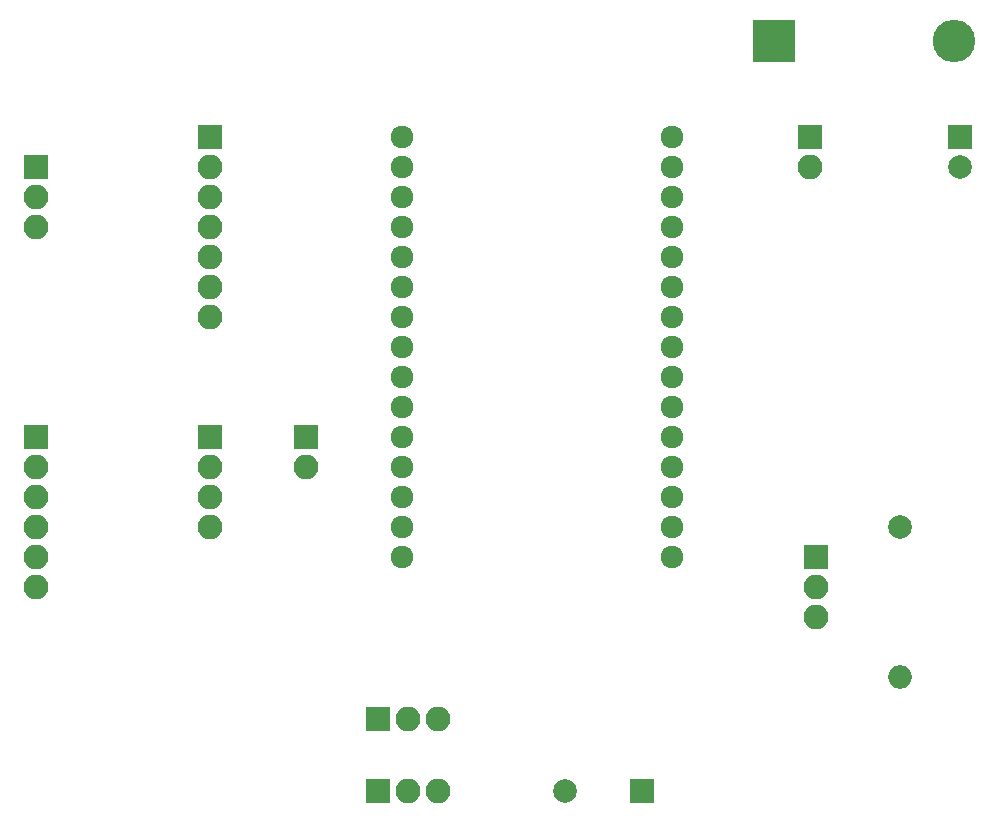
<source format=gts>
G04 #@! TF.FileFunction,Soldermask,Top*
%FSLAX46Y46*%
G04 Gerber Fmt 4.6, Leading zero omitted, Abs format (unit mm)*
G04 Created by KiCad (PCBNEW 4.0.6) date Tue Jun  6 10:50:41 2017*
%MOMM*%
%LPD*%
G01*
G04 APERTURE LIST*
%ADD10C,0.100000*%
%ADD11R,2.100000X2.100000*%
%ADD12O,2.100000X2.100000*%
%ADD13C,1.924000*%
%ADD14R,2.000000X2.000000*%
%ADD15C,2.000000*%
%ADD16O,2.000000X2.000000*%
%ADD17R,3.600000X3.600000*%
%ADD18O,3.600000X3.600000*%
G04 APERTURE END LIST*
D10*
D11*
X57404000Y-80264000D03*
D12*
X59944000Y-80264000D03*
X62484000Y-80264000D03*
D13*
X82296000Y-66548000D03*
X82296000Y-64008000D03*
X82296000Y-61468000D03*
X82296000Y-58928000D03*
X82296000Y-56388000D03*
X82296000Y-53848000D03*
X82296000Y-51308000D03*
X82296000Y-48768000D03*
X82296000Y-46228000D03*
X82296000Y-43688000D03*
X82296000Y-41148000D03*
X82296000Y-38608000D03*
X82296000Y-36068000D03*
X82296000Y-33528000D03*
X82296000Y-30988000D03*
X59436000Y-30988000D03*
X59436000Y-33528000D03*
X59436000Y-36068000D03*
X59436000Y-38608000D03*
X59436000Y-41148000D03*
X59436000Y-43688000D03*
X59436000Y-46228000D03*
X59436000Y-48768000D03*
X59436000Y-51308000D03*
X59436000Y-53848000D03*
X59436000Y-56388000D03*
X59436000Y-58928000D03*
X59436000Y-61468000D03*
X59436000Y-64008000D03*
X59436000Y-66548000D03*
D14*
X106680000Y-31028000D03*
D15*
X106680000Y-33528000D03*
D11*
X94488000Y-66548000D03*
D12*
X94488000Y-69088000D03*
X94488000Y-71628000D03*
D11*
X43180000Y-30988000D03*
D12*
X43180000Y-33528000D03*
X43180000Y-36068000D03*
X43180000Y-38608000D03*
X43180000Y-41148000D03*
X43180000Y-43688000D03*
X43180000Y-46228000D03*
D11*
X93980000Y-30988000D03*
D12*
X93980000Y-33528000D03*
D11*
X43180000Y-56388000D03*
D12*
X43180000Y-58928000D03*
X43180000Y-61468000D03*
X43180000Y-64008000D03*
D11*
X28448000Y-33528000D03*
D12*
X28448000Y-36068000D03*
X28448000Y-38608000D03*
D11*
X57404000Y-86360000D03*
D12*
X59944000Y-86360000D03*
X62484000Y-86360000D03*
D14*
X79756000Y-86360000D03*
D15*
X73256000Y-86360000D03*
X101600000Y-64008000D03*
D16*
X101600000Y-76708000D03*
D11*
X51308000Y-56388000D03*
D12*
X51308000Y-58928000D03*
D11*
X28448000Y-56388000D03*
D12*
X28448000Y-58928000D03*
X28448000Y-61468000D03*
X28448000Y-64008000D03*
X28448000Y-66548000D03*
X28448000Y-69088000D03*
D17*
X90932000Y-22860000D03*
D18*
X106172000Y-22860000D03*
M02*

</source>
